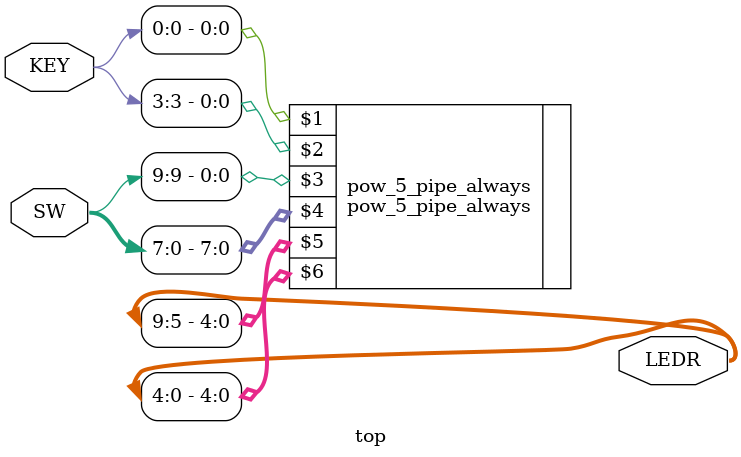
<source format=v>

module top (SW, KEY, LEDR);

	 input wire [9:0] SW;        // DE-series switches
    input wire [3:0] KEY;       // DE-series pushbuttons
	 
	 output wire [9:0] LEDR;     // DE-series LEDs   

    pow_5_pipe_always pow_5_pipe_always (KEY[0], KEY[3], SW[9], SW[7:0], LEDR[9:5], LEDR[4:0]);

endmodule


</source>
